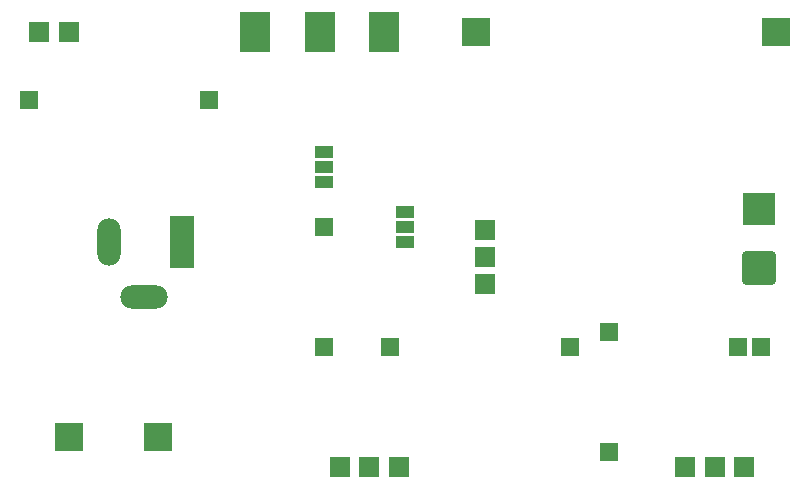
<source format=gbr>
%TF.GenerationSoftware,KiCad,Pcbnew,9.0.1*%
%TF.CreationDate,2025-04-21T17:26:17+02:00*%
%TF.ProjectId,TIP3055VariablePowerSupply,54495033-3035-4355-9661-726961626c65,rev?*%
%TF.SameCoordinates,Original*%
%TF.FileFunction,Copper,L1,Top*%
%TF.FilePolarity,Positive*%
%FSLAX46Y46*%
G04 Gerber Fmt 4.6, Leading zero omitted, Abs format (unit mm)*
G04 Created by KiCad (PCBNEW 9.0.1) date 2025-04-21 17:26:17*
%MOMM*%
%LPD*%
G01*
G04 APERTURE LIST*
G04 Aperture macros list*
%AMRoundRect*
0 Rectangle with rounded corners*
0 $1 Rounding radius*
0 $2 $3 $4 $5 $6 $7 $8 $9 X,Y pos of 4 corners*
0 Add a 4 corners polygon primitive as box body*
4,1,4,$2,$3,$4,$5,$6,$7,$8,$9,$2,$3,0*
0 Add four circle primitives for the rounded corners*
1,1,$1+$1,$2,$3*
1,1,$1+$1,$4,$5*
1,1,$1+$1,$6,$7*
1,1,$1+$1,$8,$9*
0 Add four rect primitives between the rounded corners*
20,1,$1+$1,$2,$3,$4,$5,0*
20,1,$1+$1,$4,$5,$6,$7,0*
20,1,$1+$1,$6,$7,$8,$9,0*
20,1,$1+$1,$8,$9,$2,$3,0*%
G04 Aperture macros list end*
%TA.AperFunction,ComponentPad*%
%ADD10R,1.800000X1.800000*%
%TD*%
%TA.AperFunction,ComponentPad*%
%ADD11R,1.600000X1.600000*%
%TD*%
%TA.AperFunction,ComponentPad*%
%ADD12R,2.400000X2.400000*%
%TD*%
%TA.AperFunction,ComponentPad*%
%ADD13R,2.000000X4.500000*%
%TD*%
%TA.AperFunction,ComponentPad*%
%ADD14O,2.000000X4.000000*%
%TD*%
%TA.AperFunction,ComponentPad*%
%ADD15O,4.000000X2.000000*%
%TD*%
%TA.AperFunction,ComponentPad*%
%ADD16R,1.800000X1.710000*%
%TD*%
%TA.AperFunction,ComponentPad*%
%ADD17R,1.500000X1.050000*%
%TD*%
%TA.AperFunction,ComponentPad*%
%ADD18R,2.500000X3.500000*%
%TD*%
%TA.AperFunction,ComponentPad*%
%ADD19RoundRect,0.250001X1.149999X-1.149999X1.149999X1.149999X-1.149999X1.149999X-1.149999X-1.149999X0*%
%TD*%
%TA.AperFunction,ComponentPad*%
%ADD20R,2.800000X2.800000*%
%TD*%
G04 APERTURE END LIST*
D10*
%TO.P,RV1,3,3*%
%TO.N,Net-(R3-Pad2)*%
X168732755Y-105410000D03*
%TO.P,RV1,2,2*%
%TO.N,Net-(Q2-B)*%
X166232755Y-105410000D03*
%TO.P,RV1,1,1*%
%TO.N,Net-(J2-Pin_2)*%
X163732755Y-105410000D03*
%TD*%
%TO.P,RV2,3,3*%
%TO.N,Net-(J2-Pin_2)*%
X139482755Y-105410000D03*
%TO.P,RV2,2,2*%
%TO.N,Net-(R4-Pad2)*%
X136982755Y-105410000D03*
%TO.P,RV2,1,1*%
%TO.N,GND*%
X134482755Y-105410000D03*
%TD*%
D11*
%TO.P,R3,1*%
%TO.N,Net-(Q1-E)*%
X157302755Y-93980000D03*
%TO.P,R3,2*%
%TO.N,Net-(R3-Pad2)*%
X157302755Y-104140000D03*
%TD*%
%TO.P,R2,1*%
%TO.N,+24V*%
X154000000Y-95250000D03*
%TO.P,R2,2*%
%TO.N,Net-(Q1-B)*%
X138760000Y-95250000D03*
%TD*%
%TO.P,R1,2*%
%TO.N,Net-(D1-A)*%
X108142755Y-74370000D03*
%TO.P,R1,1*%
%TO.N,+24V*%
X123382755Y-74370000D03*
%TD*%
D12*
%TO.P,C1,1*%
%TO.N,+24V*%
X119082755Y-102870000D03*
%TO.P,C1,2*%
%TO.N,GND*%
X111582755Y-102870000D03*
%TD*%
D13*
%TO.P,J1,1*%
%TO.N,+24V*%
X121122755Y-86360000D03*
D14*
%TO.P,J1,2*%
%TO.N,GND*%
X114922755Y-86360000D03*
D15*
%TO.P,J1,3*%
X117922755Y-91060000D03*
%TD*%
D16*
%TO.P,Q1,3,B*%
%TO.N,Net-(Q1-B)*%
X146767755Y-89915000D03*
%TO.P,Q1,2,C*%
%TO.N,+24V*%
X146767755Y-87635000D03*
%TO.P,Q1,1,E*%
%TO.N,Net-(Q1-E)*%
X146767755Y-85355000D03*
%TD*%
D17*
%TO.P,Q2,3,C*%
%TO.N,Net-(Q2-C)*%
X133172755Y-81280000D03*
%TO.P,Q2,2,B*%
%TO.N,Net-(Q2-B)*%
X133172755Y-80010000D03*
%TO.P,Q2,1,E*%
%TO.N,Net-(Q1-E)*%
X133172755Y-78740000D03*
%TD*%
D18*
%TO.P,Q4,3,E*%
%TO.N,Net-(Q4-E)*%
X138252755Y-68580000D03*
%TO.P,Q4,2,C*%
%TO.N,+24V*%
X132777755Y-68580000D03*
%TO.P,Q4,1,B*%
%TO.N,Net-(Q1-E)*%
X127302755Y-68580000D03*
%TD*%
D12*
%TO.P,R5,2*%
%TO.N,Net-(J2-Pin_2)*%
X171400000Y-68580000D03*
%TO.P,R5,1*%
%TO.N,Net-(Q4-E)*%
X146000000Y-68580000D03*
%TD*%
D11*
%TO.P,C2,2*%
%TO.N,GND*%
X168180000Y-95250000D03*
%TO.P,C2,1*%
%TO.N,Net-(J2-Pin_2)*%
X170180000Y-95250000D03*
%TD*%
D17*
%TO.P,Q3,3,C*%
%TO.N,Net-(Q1-B)*%
X140000000Y-83820000D03*
%TO.P,Q3,2,B*%
%TO.N,Net-(Q2-C)*%
X140000000Y-85090000D03*
%TO.P,Q3,1,E*%
%TO.N,GND*%
X140000000Y-86360000D03*
%TD*%
D10*
%TO.P,D1,2,A*%
%TO.N,Net-(D1-A)*%
X109042755Y-68580000D03*
%TO.P,D1,1,K*%
%TO.N,GND*%
X111582755Y-68580000D03*
%TD*%
D11*
%TO.P,R4,2*%
%TO.N,Net-(R4-Pad2)*%
X133172755Y-95250000D03*
%TO.P,R4,1*%
%TO.N,Net-(Q2-C)*%
X133172755Y-85090000D03*
%TD*%
D19*
%TO.P,J2,1,Pin_1*%
%TO.N,GND*%
X169970255Y-88610000D03*
D20*
%TO.P,J2,2,Pin_2*%
%TO.N,Net-(J2-Pin_2)*%
X169970255Y-83610000D03*
%TD*%
M02*

</source>
